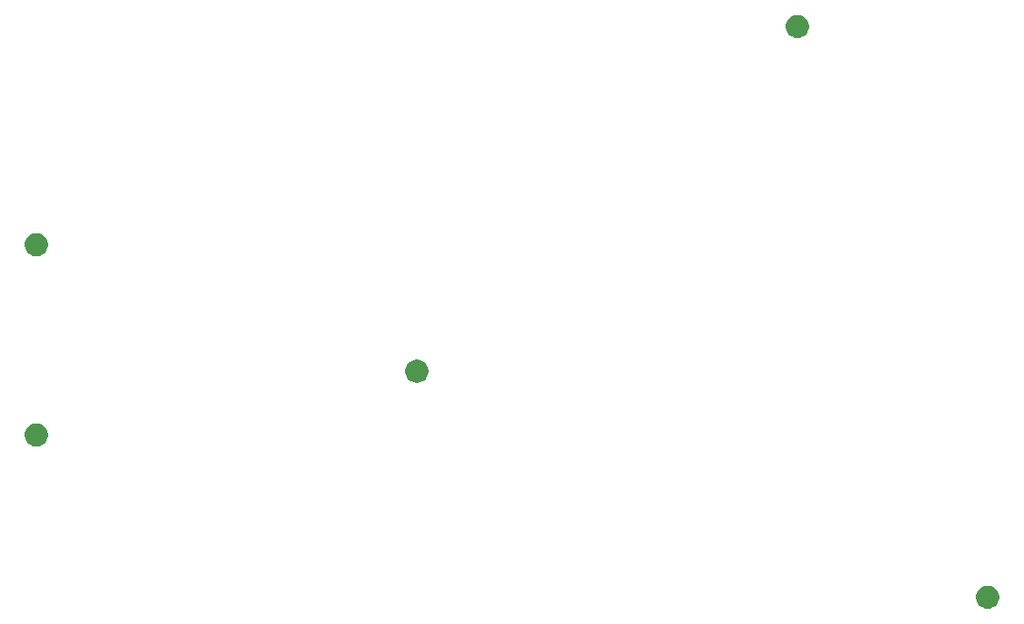
<source format=gbr>
G04 #@! TF.GenerationSoftware,KiCad,Pcbnew,(5.1.0)-1*
G04 #@! TF.CreationDate,2019-05-16T00:58:57+08:00*
G04 #@! TF.ProjectId,ShinkaiBottomPlate,5368696e-6b61-4694-926f-74746f6d506c,rev?*
G04 #@! TF.SameCoordinates,Original*
G04 #@! TF.FileFunction,Soldermask,Bot*
G04 #@! TF.FilePolarity,Negative*
%FSLAX46Y46*%
G04 Gerber Fmt 4.6, Leading zero omitted, Abs format (unit mm)*
G04 Created by KiCad (PCBNEW (5.1.0)-1) date 2019-05-16 00:58:57*
%MOMM*%
%LPD*%
G04 APERTURE LIST*
%ADD10C,0.100000*%
G04 APERTURE END LIST*
D10*
G36*
X200250389Y-136984196D02*
G01*
X200361574Y-137006312D01*
X200571043Y-137093077D01*
X200759560Y-137219040D01*
X200919880Y-137379360D01*
X201045843Y-137567877D01*
X201132608Y-137777346D01*
X201176840Y-137999716D01*
X201176840Y-138226444D01*
X201132608Y-138448814D01*
X201045843Y-138658283D01*
X200919880Y-138846800D01*
X200759560Y-139007120D01*
X200571043Y-139133083D01*
X200361574Y-139219848D01*
X200250389Y-139241964D01*
X200139205Y-139264080D01*
X199912475Y-139264080D01*
X199801291Y-139241964D01*
X199690106Y-139219848D01*
X199480637Y-139133083D01*
X199292120Y-139007120D01*
X199131800Y-138846800D01*
X199005837Y-138658283D01*
X198919072Y-138448814D01*
X198874840Y-138226444D01*
X198874840Y-137999716D01*
X198919072Y-137777346D01*
X199005837Y-137567877D01*
X199131800Y-137379360D01*
X199292120Y-137219040D01*
X199480637Y-137093077D01*
X199690106Y-137006312D01*
X199801291Y-136984196D01*
X199912475Y-136962080D01*
X200139205Y-136962080D01*
X200250389Y-136984196D01*
X200250389Y-136984196D01*
G37*
G36*
X104999989Y-120746116D02*
G01*
X105111174Y-120768232D01*
X105320643Y-120854997D01*
X105509160Y-120980960D01*
X105669480Y-121141280D01*
X105795443Y-121329797D01*
X105882208Y-121539266D01*
X105926440Y-121761636D01*
X105926440Y-121988364D01*
X105882208Y-122210734D01*
X105795443Y-122420203D01*
X105669480Y-122608720D01*
X105509160Y-122769040D01*
X105320643Y-122895003D01*
X105111174Y-122981768D01*
X104999989Y-123003884D01*
X104888805Y-123026000D01*
X104662075Y-123026000D01*
X104550891Y-123003884D01*
X104439706Y-122981768D01*
X104230237Y-122895003D01*
X104041720Y-122769040D01*
X103881400Y-122608720D01*
X103755437Y-122420203D01*
X103668672Y-122210734D01*
X103624440Y-121988364D01*
X103624440Y-121761636D01*
X103668672Y-121539266D01*
X103755437Y-121329797D01*
X103881400Y-121141280D01*
X104041720Y-120980960D01*
X104230237Y-120854997D01*
X104439706Y-120768232D01*
X104550891Y-120746116D01*
X104662075Y-120724000D01*
X104888805Y-120724000D01*
X104999989Y-120746116D01*
X104999989Y-120746116D01*
G37*
G36*
X143100149Y-114362226D02*
G01*
X143211334Y-114384342D01*
X143420803Y-114471107D01*
X143609320Y-114597070D01*
X143769640Y-114757390D01*
X143895603Y-114945907D01*
X143982368Y-115155376D01*
X144026600Y-115377746D01*
X144026600Y-115604474D01*
X143982368Y-115826844D01*
X143895603Y-116036313D01*
X143769640Y-116224830D01*
X143609320Y-116385150D01*
X143420803Y-116511113D01*
X143211334Y-116597878D01*
X143100149Y-116619994D01*
X142988965Y-116642110D01*
X142762235Y-116642110D01*
X142651051Y-116619994D01*
X142539866Y-116597878D01*
X142330397Y-116511113D01*
X142141880Y-116385150D01*
X141981560Y-116224830D01*
X141855597Y-116036313D01*
X141768832Y-115826844D01*
X141724600Y-115604474D01*
X141724600Y-115377746D01*
X141768832Y-115155376D01*
X141855597Y-114945907D01*
X141981560Y-114757390D01*
X142141880Y-114597070D01*
X142330397Y-114471107D01*
X142539866Y-114384342D01*
X142651051Y-114362226D01*
X142762235Y-114340110D01*
X142988965Y-114340110D01*
X143100149Y-114362226D01*
X143100149Y-114362226D01*
G37*
G36*
X104999989Y-101696116D02*
G01*
X105111174Y-101718232D01*
X105320643Y-101804997D01*
X105509160Y-101930960D01*
X105669480Y-102091280D01*
X105795443Y-102279797D01*
X105882208Y-102489266D01*
X105926440Y-102711636D01*
X105926440Y-102938364D01*
X105882208Y-103160734D01*
X105795443Y-103370203D01*
X105669480Y-103558720D01*
X105509160Y-103719040D01*
X105320643Y-103845003D01*
X105111174Y-103931768D01*
X104999989Y-103953884D01*
X104888805Y-103976000D01*
X104662075Y-103976000D01*
X104550891Y-103953884D01*
X104439706Y-103931768D01*
X104230237Y-103845003D01*
X104041720Y-103719040D01*
X103881400Y-103558720D01*
X103755437Y-103370203D01*
X103668672Y-103160734D01*
X103624440Y-102938364D01*
X103624440Y-102711636D01*
X103668672Y-102489266D01*
X103755437Y-102279797D01*
X103881400Y-102091280D01*
X104041720Y-101930960D01*
X104230237Y-101804997D01*
X104439706Y-101718232D01*
X104550891Y-101696116D01*
X104662075Y-101674000D01*
X104888805Y-101674000D01*
X104999989Y-101696116D01*
X104999989Y-101696116D01*
G37*
G36*
X181200309Y-79833956D02*
G01*
X181311494Y-79856072D01*
X181520963Y-79942837D01*
X181709480Y-80068800D01*
X181869800Y-80229120D01*
X181995763Y-80417637D01*
X182082528Y-80627106D01*
X182126760Y-80849476D01*
X182126760Y-81076204D01*
X182082528Y-81298574D01*
X181995763Y-81508043D01*
X181869800Y-81696560D01*
X181709480Y-81856880D01*
X181520963Y-81982843D01*
X181311494Y-82069608D01*
X181200309Y-82091724D01*
X181089125Y-82113840D01*
X180862395Y-82113840D01*
X180751211Y-82091724D01*
X180640026Y-82069608D01*
X180430557Y-81982843D01*
X180242040Y-81856880D01*
X180081720Y-81696560D01*
X179955757Y-81508043D01*
X179868992Y-81298574D01*
X179824760Y-81076204D01*
X179824760Y-80849476D01*
X179868992Y-80627106D01*
X179955757Y-80417637D01*
X180081720Y-80229120D01*
X180242040Y-80068800D01*
X180430557Y-79942837D01*
X180640026Y-79856072D01*
X180751211Y-79833956D01*
X180862395Y-79811840D01*
X181089125Y-79811840D01*
X181200309Y-79833956D01*
X181200309Y-79833956D01*
G37*
M02*

</source>
